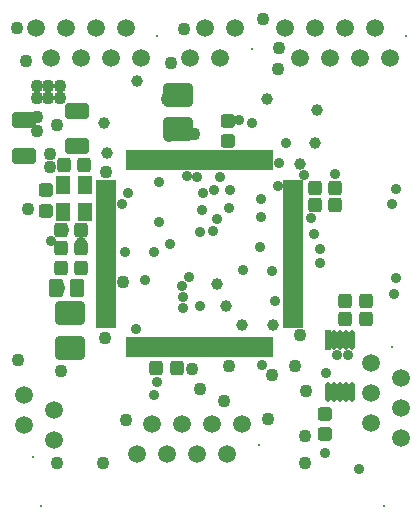
<source format=gbs>
G04 Layer_Color=16711935*
%FSLAX24Y24*%
%MOIN*%
G70*
G01*
G75*
G04:AMPARAMS|DCode=46|XSize=47.4mil|YSize=43.4mil|CornerRadius=8.4mil|HoleSize=0mil|Usage=FLASHONLY|Rotation=180.000|XOffset=0mil|YOffset=0mil|HoleType=Round|Shape=RoundedRectangle|*
%AMROUNDEDRECTD46*
21,1,0.0474,0.0266,0,0,180.0*
21,1,0.0305,0.0434,0,0,180.0*
1,1,0.0169,-0.0153,0.0133*
1,1,0.0169,0.0153,0.0133*
1,1,0.0169,0.0153,-0.0133*
1,1,0.0169,-0.0153,-0.0133*
%
%ADD46ROUNDEDRECTD46*%
G04:AMPARAMS|DCode=47|XSize=47.4mil|YSize=43.4mil|CornerRadius=8.4mil|HoleSize=0mil|Usage=FLASHONLY|Rotation=270.000|XOffset=0mil|YOffset=0mil|HoleType=Round|Shape=RoundedRectangle|*
%AMROUNDEDRECTD47*
21,1,0.0474,0.0266,0,0,270.0*
21,1,0.0305,0.0434,0,0,270.0*
1,1,0.0169,-0.0133,-0.0153*
1,1,0.0169,-0.0133,0.0153*
1,1,0.0169,0.0133,0.0153*
1,1,0.0169,0.0133,-0.0153*
%
%ADD47ROUNDEDRECTD47*%
%ADD52R,0.0671X0.0198*%
%ADD53R,0.0198X0.0671*%
%ADD63C,0.0080*%
%ADD64C,0.0080*%
%ADD65C,0.0592*%
%ADD66C,0.0395*%
%ADD67C,0.0434*%
%ADD68C,0.0356*%
%ADD69R,0.0198X0.0651*%
%ADD70O,0.0198X0.0651*%
G04:AMPARAMS|DCode=71|XSize=98.6mil|YSize=78.9mil|CornerRadius=12.9mil|HoleSize=0mil|Usage=FLASHONLY|Rotation=180.000|XOffset=0mil|YOffset=0mil|HoleType=Round|Shape=RoundedRectangle|*
%AMROUNDEDRECTD71*
21,1,0.0986,0.0532,0,0,180.0*
21,1,0.0728,0.0789,0,0,180.0*
1,1,0.0257,-0.0364,0.0266*
1,1,0.0257,0.0364,0.0266*
1,1,0.0257,0.0364,-0.0266*
1,1,0.0257,-0.0364,-0.0266*
%
%ADD71ROUNDEDRECTD71*%
G04:AMPARAMS|DCode=72|XSize=63.1mil|YSize=47.4mil|CornerRadius=8.9mil|HoleSize=0mil|Usage=FLASHONLY|Rotation=90.000|XOffset=0mil|YOffset=0mil|HoleType=Round|Shape=RoundedRectangle|*
%AMROUNDEDRECTD72*
21,1,0.0631,0.0295,0,0,90.0*
21,1,0.0453,0.0474,0,0,90.0*
1,1,0.0178,0.0148,0.0226*
1,1,0.0178,0.0148,-0.0226*
1,1,0.0178,-0.0148,-0.0226*
1,1,0.0178,-0.0148,0.0226*
%
%ADD72ROUNDEDRECTD72*%
%ADD73R,0.0493X0.0592*%
G04:AMPARAMS|DCode=74|XSize=78.9mil|YSize=53.3mil|CornerRadius=9.7mil|HoleSize=0mil|Usage=FLASHONLY|Rotation=0.000|XOffset=0mil|YOffset=0mil|HoleType=Round|Shape=RoundedRectangle|*
%AMROUNDEDRECTD74*
21,1,0.0789,0.0340,0,0,0.0*
21,1,0.0595,0.0533,0,0,0.0*
1,1,0.0193,0.0298,-0.0170*
1,1,0.0193,-0.0298,-0.0170*
1,1,0.0193,-0.0298,0.0170*
1,1,0.0193,0.0298,0.0170*
%
%ADD74ROUNDEDRECTD74*%
D46*
X10630Y4272D02*
D03*
Y3602D02*
D03*
X7402Y13366D02*
D03*
Y14035D02*
D03*
X1339Y11043D02*
D03*
Y11713D02*
D03*
D47*
X11988Y7441D02*
D03*
X11319D02*
D03*
X11319Y8031D02*
D03*
X11988D02*
D03*
X10295Y11220D02*
D03*
X10965D02*
D03*
Y11811D02*
D03*
X10295D02*
D03*
X5020Y5787D02*
D03*
X5689D02*
D03*
X2500Y10394D02*
D03*
X1831D02*
D03*
X2618Y12559D02*
D03*
X1949D02*
D03*
X1831Y9134D02*
D03*
X2500D02*
D03*
Y9803D02*
D03*
X1831D02*
D03*
D52*
X3346Y7244D02*
D03*
Y7441D02*
D03*
Y7638D02*
D03*
Y7835D02*
D03*
Y8031D02*
D03*
Y8228D02*
D03*
Y8425D02*
D03*
Y8622D02*
D03*
Y8819D02*
D03*
Y9016D02*
D03*
Y9213D02*
D03*
Y9409D02*
D03*
Y9606D02*
D03*
Y9803D02*
D03*
Y10000D02*
D03*
Y10197D02*
D03*
Y10394D02*
D03*
Y10591D02*
D03*
Y10787D02*
D03*
Y10984D02*
D03*
Y11181D02*
D03*
Y11378D02*
D03*
Y11575D02*
D03*
Y11772D02*
D03*
Y11968D02*
D03*
X9567D02*
D03*
Y11772D02*
D03*
Y11575D02*
D03*
Y11378D02*
D03*
Y11181D02*
D03*
Y10984D02*
D03*
Y10787D02*
D03*
Y10591D02*
D03*
Y10394D02*
D03*
Y10197D02*
D03*
Y10000D02*
D03*
Y9803D02*
D03*
Y9606D02*
D03*
Y9409D02*
D03*
Y9213D02*
D03*
Y9016D02*
D03*
Y8819D02*
D03*
Y8622D02*
D03*
Y8425D02*
D03*
Y8228D02*
D03*
Y8031D02*
D03*
Y7835D02*
D03*
Y7638D02*
D03*
Y7441D02*
D03*
Y7244D02*
D03*
D53*
X4094Y12717D02*
D03*
X4291D02*
D03*
X4488D02*
D03*
X4685D02*
D03*
X4882D02*
D03*
X5079D02*
D03*
X5276D02*
D03*
X5472D02*
D03*
X5669D02*
D03*
X5866D02*
D03*
X6063D02*
D03*
X6260D02*
D03*
X6457D02*
D03*
X6654D02*
D03*
X6850D02*
D03*
X7047D02*
D03*
X7244D02*
D03*
X7441D02*
D03*
X7638D02*
D03*
X7835D02*
D03*
X8031D02*
D03*
X8228D02*
D03*
X8425D02*
D03*
X8622D02*
D03*
X8819D02*
D03*
Y6496D02*
D03*
X8622D02*
D03*
X8425D02*
D03*
X8228D02*
D03*
X8031D02*
D03*
X7835D02*
D03*
X7638D02*
D03*
X7441D02*
D03*
X7244D02*
D03*
X7047D02*
D03*
X6850D02*
D03*
X6654D02*
D03*
X6457D02*
D03*
X6260D02*
D03*
X6063D02*
D03*
X5866D02*
D03*
X5669D02*
D03*
X5472D02*
D03*
X5276D02*
D03*
X5079D02*
D03*
X4882D02*
D03*
X4685D02*
D03*
X4488D02*
D03*
X4291D02*
D03*
X4094D02*
D03*
D63*
X12598Y1181D02*
D03*
X1181D02*
D03*
D64*
X13346Y16850D02*
D03*
X8425Y3228D02*
D03*
X8189Y16417D02*
D03*
X12874Y6496D02*
D03*
X906Y2835D02*
D03*
X5039Y16850D02*
D03*
D65*
X9295Y17142D02*
D03*
X9795Y16142D02*
D03*
X10295Y17142D02*
D03*
X10795Y16142D02*
D03*
X11295Y17142D02*
D03*
X11795Y16142D02*
D03*
X12295Y17142D02*
D03*
X12795Y16142D02*
D03*
X7874Y3937D02*
D03*
X7374Y2937D02*
D03*
X6874Y3937D02*
D03*
X6374Y2937D02*
D03*
X5874Y3937D02*
D03*
X5374Y2937D02*
D03*
X4874Y3937D02*
D03*
X4374Y2937D02*
D03*
X6138Y16126D02*
D03*
X6638Y17126D02*
D03*
X7138Y16126D02*
D03*
X7638Y17126D02*
D03*
X12165Y5945D02*
D03*
X13165Y5445D02*
D03*
X12165Y4945D02*
D03*
X13165Y4445D02*
D03*
X12165Y3945D02*
D03*
X13165Y3445D02*
D03*
X614Y4886D02*
D03*
X1614Y4386D02*
D03*
X614Y3886D02*
D03*
X1614Y3386D02*
D03*
X988Y17142D02*
D03*
X1488Y16142D02*
D03*
X1988Y17142D02*
D03*
X2488Y16142D02*
D03*
X2988Y17142D02*
D03*
X3488Y16142D02*
D03*
X3988Y17142D02*
D03*
X4488Y16142D02*
D03*
D66*
X3386Y12953D02*
D03*
X4370Y15354D02*
D03*
X2559Y13189D02*
D03*
X394Y12913D02*
D03*
X787D02*
D03*
X3268Y13976D02*
D03*
X10354Y14409D02*
D03*
X8701Y14764D02*
D03*
X8898Y7244D02*
D03*
X7874D02*
D03*
X7323Y7874D02*
D03*
X7047Y8583D02*
D03*
X10315Y13307D02*
D03*
X2165Y13189D02*
D03*
X9813Y12589D02*
D03*
D67*
X354Y17126D02*
D03*
X1024Y14173D02*
D03*
X669Y16024D02*
D03*
X1024Y15197D02*
D03*
X5512Y15945D02*
D03*
X6260Y13583D02*
D03*
X5354Y14764D02*
D03*
X7441Y5866D02*
D03*
X7283Y4685D02*
D03*
X9646Y5866D02*
D03*
X8858Y5551D02*
D03*
X1755Y8474D02*
D03*
X1890Y10394D02*
D03*
X748Y11102D02*
D03*
X10000Y5039D02*
D03*
X1850Y5709D02*
D03*
X2362Y6654D02*
D03*
X3307Y6811D02*
D03*
X4016Y4055D02*
D03*
X1693Y2638D02*
D03*
X3228D02*
D03*
X9803Y6890D02*
D03*
X9961Y2638D02*
D03*
Y3543D02*
D03*
X6220Y5748D02*
D03*
X6457Y5079D02*
D03*
X8740Y4094D02*
D03*
X3898Y8661D02*
D03*
X394Y6063D02*
D03*
X8583Y17441D02*
D03*
X9094Y16457D02*
D03*
X9055Y15748D02*
D03*
X3346Y12323D02*
D03*
X5945Y17087D02*
D03*
X1024Y13701D02*
D03*
X1811Y15197D02*
D03*
X1024Y14803D02*
D03*
X1811D02*
D03*
X1417D02*
D03*
Y15197D02*
D03*
X2205Y14331D02*
D03*
X2559D02*
D03*
X1693Y13898D02*
D03*
X1457Y12913D02*
D03*
Y12480D02*
D03*
D68*
X5433Y13504D02*
D03*
X6024Y12201D02*
D03*
X8858Y9016D02*
D03*
X10472Y9291D02*
D03*
X8543Y5906D02*
D03*
X3976Y9646D02*
D03*
X10630Y2953D02*
D03*
X10669Y5617D02*
D03*
X11024Y6220D02*
D03*
X11404D02*
D03*
X12047Y7441D02*
D03*
X11772Y2441D02*
D03*
X7126Y12165D02*
D03*
X4921Y9646D02*
D03*
X5472Y9921D02*
D03*
X6457Y10315D02*
D03*
X6535Y11063D02*
D03*
X6575Y11614D02*
D03*
X5118Y10669D02*
D03*
X5118Y12008D02*
D03*
X3878Y11260D02*
D03*
X10945Y11220D02*
D03*
X10472Y9764D02*
D03*
X6929Y11732D02*
D03*
X7441Y11142D02*
D03*
X7047Y10748D02*
D03*
X6890Y10354D02*
D03*
X7480Y11732D02*
D03*
X6378Y12165D02*
D03*
X4921Y4882D02*
D03*
X4331Y7087D02*
D03*
X5906Y8150D02*
D03*
X6457Y7874D02*
D03*
X4646Y8740D02*
D03*
X12886Y11272D02*
D03*
X12992Y11772D02*
D03*
X10276Y10276D02*
D03*
X5039Y5315D02*
D03*
X12992Y8780D02*
D03*
X12953Y8268D02*
D03*
X7913Y9055D02*
D03*
X10965Y12264D02*
D03*
X8976Y8031D02*
D03*
X5906Y7795D02*
D03*
X6102Y8819D02*
D03*
X5866Y8543D02*
D03*
X1496Y10039D02*
D03*
X2500Y9980D02*
D03*
X4055Y11644D02*
D03*
X9094Y12638D02*
D03*
X9331Y13307D02*
D03*
X8189Y13976D02*
D03*
X7756Y14055D02*
D03*
X9921Y12244D02*
D03*
X9055Y11850D02*
D03*
X8474Y9833D02*
D03*
X8504Y10827D02*
D03*
Y11417D02*
D03*
X10157Y10787D02*
D03*
D69*
X10748Y6732D02*
D03*
D70*
X10945D02*
D03*
X11142D02*
D03*
X11339D02*
D03*
X11535D02*
D03*
X10748Y5000D02*
D03*
X10945D02*
D03*
X11142D02*
D03*
X11339D02*
D03*
X11535D02*
D03*
D71*
X2126Y6476D02*
D03*
Y7618D02*
D03*
X5748Y14902D02*
D03*
Y13760D02*
D03*
D72*
X2362Y8465D02*
D03*
X1654D02*
D03*
D73*
X1909Y11890D02*
D03*
Y10984D02*
D03*
X2638D02*
D03*
Y11890D02*
D03*
D74*
X591Y12874D02*
D03*
Y14055D02*
D03*
X2362Y13189D02*
D03*
Y14370D02*
D03*
M02*

</source>
